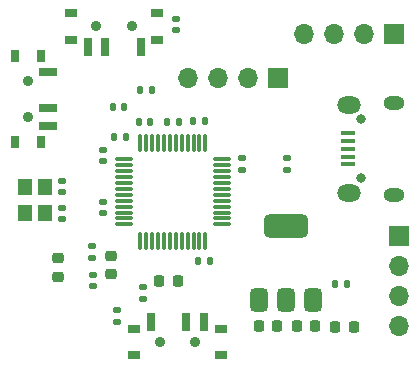
<source format=gbr>
%TF.GenerationSoftware,KiCad,Pcbnew,8.0.3*%
%TF.CreationDate,2024-12-22T23:45:43+05:30*%
%TF.ProjectId,STM32-pcb-design,53544d33-322d-4706-9362-2d6465736967,rev?*%
%TF.SameCoordinates,Original*%
%TF.FileFunction,Soldermask,Top*%
%TF.FilePolarity,Negative*%
%FSLAX46Y46*%
G04 Gerber Fmt 4.6, Leading zero omitted, Abs format (unit mm)*
G04 Created by KiCad (PCBNEW 8.0.3) date 2024-12-22 23:45:43*
%MOMM*%
%LPD*%
G01*
G04 APERTURE LIST*
G04 Aperture macros list*
%AMRoundRect*
0 Rectangle with rounded corners*
0 $1 Rounding radius*
0 $2 $3 $4 $5 $6 $7 $8 $9 X,Y pos of 4 corners*
0 Add a 4 corners polygon primitive as box body*
4,1,4,$2,$3,$4,$5,$6,$7,$8,$9,$2,$3,0*
0 Add four circle primitives for the rounded corners*
1,1,$1+$1,$2,$3*
1,1,$1+$1,$4,$5*
1,1,$1+$1,$6,$7*
1,1,$1+$1,$8,$9*
0 Add four rect primitives between the rounded corners*
20,1,$1+$1,$2,$3,$4,$5,0*
20,1,$1+$1,$4,$5,$6,$7,0*
20,1,$1+$1,$6,$7,$8,$9,0*
20,1,$1+$1,$8,$9,$2,$3,0*%
G04 Aperture macros list end*
%ADD10R,0.700000X1.500000*%
%ADD11R,1.000000X0.800000*%
%ADD12C,0.900000*%
%ADD13R,0.800000X1.000000*%
%ADD14R,1.500000X0.700000*%
%ADD15R,1.700000X1.700000*%
%ADD16O,1.700000X1.700000*%
%ADD17R,1.200000X1.400000*%
%ADD18RoundRect,0.375000X0.375000X-0.625000X0.375000X0.625000X-0.375000X0.625000X-0.375000X-0.625000X0*%
%ADD19RoundRect,0.500000X1.400000X-0.500000X1.400000X0.500000X-1.400000X0.500000X-1.400000X-0.500000X0*%
%ADD20RoundRect,0.075000X-0.075000X-0.662500X0.075000X-0.662500X0.075000X0.662500X-0.075000X0.662500X0*%
%ADD21RoundRect,0.075000X-0.662500X-0.075000X0.662500X-0.075000X0.662500X0.075000X-0.662500X0.075000X0*%
%ADD22RoundRect,0.135000X0.135000X0.185000X-0.135000X0.185000X-0.135000X-0.185000X0.135000X-0.185000X0*%
%ADD23RoundRect,0.135000X0.185000X-0.135000X0.185000X0.135000X-0.185000X0.135000X-0.185000X-0.135000X0*%
%ADD24RoundRect,0.135000X-0.185000X0.135000X-0.185000X-0.135000X0.185000X-0.135000X0.185000X0.135000X0*%
%ADD25RoundRect,0.135000X-0.135000X-0.185000X0.135000X-0.185000X0.135000X0.185000X-0.135000X0.185000X0*%
%ADD26O,1.800000X1.150000*%
%ADD27O,2.000000X1.450000*%
%ADD28R,1.300000X0.450000*%
%ADD29O,0.800000X0.800000*%
%ADD30RoundRect,0.218750X0.256250X-0.218750X0.256250X0.218750X-0.256250X0.218750X-0.256250X-0.218750X0*%
%ADD31RoundRect,0.218750X0.218750X0.256250X-0.218750X0.256250X-0.218750X-0.256250X0.218750X-0.256250X0*%
%ADD32RoundRect,0.218750X-0.218750X-0.256250X0.218750X-0.256250X0.218750X0.256250X-0.218750X0.256250X0*%
%ADD33RoundRect,0.140000X0.170000X-0.140000X0.170000X0.140000X-0.170000X0.140000X-0.170000X-0.140000X0*%
%ADD34RoundRect,0.140000X-0.170000X0.140000X-0.170000X-0.140000X0.170000X-0.140000X0.170000X0.140000X0*%
%ADD35RoundRect,0.225000X0.225000X0.250000X-0.225000X0.250000X-0.225000X-0.250000X0.225000X-0.250000X0*%
%ADD36RoundRect,0.140000X-0.140000X-0.170000X0.140000X-0.170000X0.140000X0.170000X-0.140000X0.170000X0*%
%ADD37RoundRect,0.225000X0.250000X-0.225000X0.250000X0.225000X-0.250000X0.225000X-0.250000X-0.225000X0*%
%ADD38RoundRect,0.140000X0.140000X0.170000X-0.140000X0.170000X-0.140000X-0.170000X0.140000X-0.170000X0*%
G04 APERTURE END LIST*
D10*
%TO.C,SW3*%
X107190000Y-57170000D03*
X105690000Y-57170000D03*
X102690000Y-57170000D03*
D11*
X108590000Y-60030000D03*
X108590000Y-57820000D03*
D12*
X106440000Y-58930000D03*
X103440000Y-58930000D03*
D11*
X101290000Y-60030000D03*
X101290000Y-57820000D03*
%TD*%
%TO.C,SW2*%
X103230000Y-33280000D03*
X103230000Y-31070000D03*
D12*
X101080000Y-32170000D03*
X98080000Y-32170000D03*
D11*
X95930000Y-33280000D03*
X95930000Y-31070000D03*
D10*
X101830000Y-33930000D03*
X98830000Y-33930000D03*
X97330000Y-33930000D03*
%TD*%
D13*
%TO.C,SW1*%
X93370000Y-34670000D03*
X91160000Y-34670000D03*
D12*
X92260000Y-36820000D03*
X92260000Y-39820000D03*
D13*
X93370000Y-41970000D03*
X91160000Y-41970000D03*
D14*
X94020000Y-36070000D03*
X94020000Y-39070000D03*
X94020000Y-40570000D03*
%TD*%
D15*
%TO.C,J3*%
X113460000Y-36560000D03*
D16*
X110920000Y-36560000D03*
X108380000Y-36560000D03*
X105840000Y-36560000D03*
%TD*%
%TO.C,J4*%
X123675000Y-57495000D03*
X123675000Y-54955000D03*
X123675000Y-52415000D03*
D15*
X123675000Y-49875000D03*
%TD*%
%TO.C,J2*%
X123310000Y-32790000D03*
D16*
X120770000Y-32790000D03*
X118230000Y-32790000D03*
X115690000Y-32790000D03*
%TD*%
D17*
%TO.C,Y1*%
X92025000Y-45725000D03*
X92025000Y-47925000D03*
X93725000Y-47925000D03*
X93725000Y-45725000D03*
%TD*%
D18*
%TO.C,U2*%
X111832500Y-55370000D03*
X114132500Y-55370000D03*
D19*
X114132500Y-49070000D03*
D18*
X116432500Y-55370000D03*
%TD*%
D20*
%TO.C,U1*%
X101800000Y-42012500D03*
X102300000Y-42012500D03*
X102800000Y-42012500D03*
X103300000Y-42012500D03*
X103800000Y-42012500D03*
X104300000Y-42012500D03*
X104800000Y-42012500D03*
X105300000Y-42012500D03*
X105800000Y-42012500D03*
X106300000Y-42012500D03*
X106800000Y-42012500D03*
X107300000Y-42012500D03*
D21*
X108712500Y-43425000D03*
X108712500Y-43925000D03*
X108712500Y-44425000D03*
X108712500Y-44925000D03*
X108712500Y-45425000D03*
X108712500Y-45925000D03*
X108712500Y-46425000D03*
X108712500Y-46925000D03*
X108712500Y-47425000D03*
X108712500Y-47925000D03*
X108712500Y-48425000D03*
X108712500Y-48925000D03*
D20*
X107300000Y-50337500D03*
X106800000Y-50337500D03*
X106300000Y-50337500D03*
X105800000Y-50337500D03*
X105300000Y-50337500D03*
X104800000Y-50337500D03*
X104300000Y-50337500D03*
X103800000Y-50337500D03*
X103300000Y-50337500D03*
X102800000Y-50337500D03*
X102300000Y-50337500D03*
X101800000Y-50337500D03*
D21*
X100387500Y-48925000D03*
X100387500Y-48425000D03*
X100387500Y-47925000D03*
X100387500Y-47425000D03*
X100387500Y-46925000D03*
X100387500Y-46425000D03*
X100387500Y-45925000D03*
X100387500Y-45425000D03*
X100387500Y-44925000D03*
X100387500Y-44425000D03*
X100387500Y-43925000D03*
X100387500Y-43425000D03*
%TD*%
D22*
%TO.C,R7*%
X105035000Y-40250000D03*
X104015000Y-40250000D03*
%TD*%
%TO.C,R6*%
X106275000Y-40175000D03*
X107295000Y-40175000D03*
%TD*%
D23*
%TO.C,R5*%
X102000000Y-55290000D03*
X102000000Y-54270000D03*
%TD*%
D22*
%TO.C,R4*%
X119310000Y-53940000D03*
X118290000Y-53940000D03*
%TD*%
D24*
%TO.C,R3*%
X114220000Y-43310000D03*
X114220000Y-44330000D03*
%TD*%
D25*
%TO.C,R2*%
X99590000Y-41500000D03*
X100610000Y-41500000D03*
%TD*%
%TO.C,R1*%
X101790000Y-37525000D03*
X102810000Y-37525000D03*
%TD*%
D26*
%TO.C,J1*%
X123260000Y-38660000D03*
D27*
X119460000Y-38810000D03*
X119460000Y-46260000D03*
D26*
X123260000Y-46410000D03*
D28*
X119410000Y-41235000D03*
X119410000Y-41885000D03*
X119410000Y-42535000D03*
X119410000Y-43185000D03*
X119410000Y-43835000D03*
D29*
X120510000Y-40035000D03*
X120510000Y-45035000D03*
%TD*%
D30*
%TO.C,FB1*%
X99325000Y-53142500D03*
X99325000Y-51567500D03*
%TD*%
D31*
%TO.C,D2*%
X104987500Y-53700000D03*
X103412500Y-53700000D03*
%TD*%
D32*
%TO.C,D1*%
X118282500Y-57620000D03*
X119857500Y-57620000D03*
%TD*%
D33*
%TO.C,C15*%
X99860000Y-57160000D03*
X99860000Y-56200000D03*
%TD*%
D34*
%TO.C,C14*%
X104800000Y-32500000D03*
X104800000Y-31540000D03*
%TD*%
D35*
%TO.C,C13*%
X113370000Y-57570000D03*
X111820000Y-57570000D03*
%TD*%
%TO.C,C12*%
X116570000Y-57570000D03*
X115020000Y-57570000D03*
%TD*%
D33*
%TO.C,C11*%
X95125000Y-48505000D03*
X95125000Y-47545000D03*
%TD*%
D34*
%TO.C,C10*%
X95150000Y-45225000D03*
X95150000Y-46185000D03*
%TD*%
D36*
%TO.C,C9*%
X99465000Y-38950000D03*
X100425000Y-38950000D03*
%TD*%
D33*
%TO.C,C8*%
X97725000Y-51735000D03*
X97725000Y-50775000D03*
%TD*%
D34*
%TO.C,C7*%
X97800000Y-53225000D03*
X97800000Y-54185000D03*
%TD*%
D33*
%TO.C,C6*%
X98675000Y-47980000D03*
X98675000Y-47020000D03*
%TD*%
D37*
%TO.C,C5*%
X94800000Y-53350000D03*
X94800000Y-51800000D03*
%TD*%
D38*
%TO.C,C4*%
X107655000Y-52025000D03*
X106695000Y-52025000D03*
%TD*%
D36*
%TO.C,C3*%
X101670000Y-40275000D03*
X102630000Y-40275000D03*
%TD*%
D34*
%TO.C,C2*%
X110425000Y-43350000D03*
X110425000Y-44310000D03*
%TD*%
D33*
%TO.C,C1*%
X98650000Y-43555000D03*
X98650000Y-42595000D03*
%TD*%
M02*

</source>
